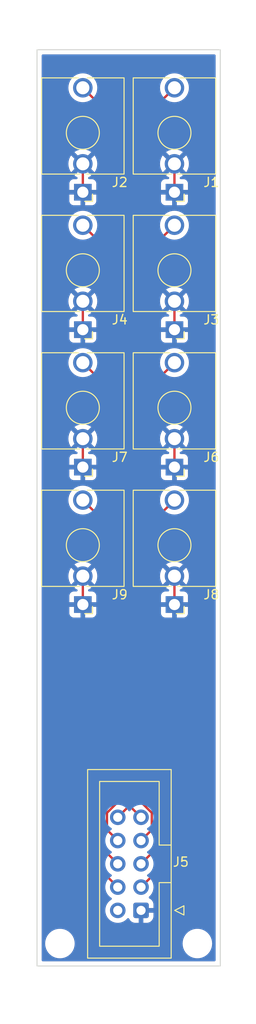
<source format=kicad_pcb>
(kicad_pcb (version 20211014) (generator pcbnew)
  (layers (0 "F.Cu" signal) (31 "B.Cu" signal) (34 "B.Paste" user) (35 "F.Paste" user) (36 "B.SilkS" user "B.Silkscreen") (37 "F.SilkS" user "F.Silkscreen") (38 "B.Mask" user) (39 "F.Mask" user) (44 "Edge.Cuts" user))
  (net 0 "")
  (net 1 "+5V")
  (net 2 "GND")
  (net 3 "Net-(J1-PadT)")
  (net 4 "Net-(J2-PadT)")
  (net 5 "Net-(J3-PadT)")
  (net 6 "Net-(J4-PadT)")
  (net 7 "Net-(J5-Pad3)")
  (net 8 "Net-(J5-Pad5)")
  (net 9 "Net-(J5-Pad4)")
  (net 10 "Net-(J5-Pad6)")
  (footprint "Connector_Audio:Jack_3.5mm_QingPu_WQP-PJ398SM_Vertical_CircularHoles" (layer "F.Cu") (at 143.5 54 180)
    (fp_text reference "J1" (at -4.03 1.08) (layer "F.SilkS"))
    (fp_text value "JACK_OUT")
    (fp_line (start 4.5 1.98) (end 4.5 12.48) (layer "F.SilkS") (width 0.12))
    (fp_line (start -1.06 -1) (end -0.2 -1) (layer "F.SilkS") (width 0.12))
    (fp_line (start 4.5 1.98) (end 0.35 1.98) (layer "F.SilkS") (width 0.12))
    (fp_line (start -0.35 1.98) (end -4.5 1.98) (layer "F.SilkS") (width 0.12))
    (fp_line (start 4.5 12.48) (end 0.5 12.48) (layer "F.SilkS") (width 0.12))
    (fp_line (start -4.5 1.98) (end -4.5 12.48) (layer "F.SilkS") (width 0.12))
    (fp_line (start -0.5 12.48) (end -4.5 12.48) (layer "F.SilkS") (width 0.12))
    (fp_line (start -1.06 -1) (end -1.06 -0.2) (layer "F.SilkS") (width 0.12))
    (fp_circle (center 0 6.48) (end 1.8 6.48) (layer "F.SilkS") (width 0.12) (fill none))
    (pad "S" thru_hole rect locked (at 0 0) (size 1.93 1.83) (drill 1.22) (layers *.Cu *.Mask) (net 2 "GND"))
    (pad "T" thru_hole circle locked (at 0 11.4) (size 2.13 2.13) (drill 1.43) (layers *.Cu *.Mask) (net 3 "Net-(J1-PadT)"))
    (pad "TN" thru_hole circle locked (at 0 3.1) (size 2.13 2.13) (drill 1.42) (layers *.Cu *.Mask) (net 2 "GND"))
  )
  (footprint "Connector_Audio:Jack_3.5mm_QingPu_WQP-PJ398SM_Vertical_CircularHoles" (layer "F.Cu") (at 133.5 69 180)
    (fp_text reference "J4" (at -4.03 1.08) (layer "F.SilkS"))
    (fp_text value "JACK_OUT")
    (fp_line (start 4.5 12.48) (end 0.5 12.48) (layer "F.SilkS") (width 0.12))
    (fp_line (start -0.5 12.48) (end -4.5 12.48) (layer "F.SilkS") (width 0.12))
    (fp_line (start 4.5 1.98) (end 0.35 1.98) (layer "F.SilkS") (width 0.12))
    (fp_line (start -0.35 1.98) (end -4.5 1.98) (layer "F.SilkS") (width 0.12))
    (fp_line (start -1.06 -1) (end -0.2 -1) (layer "F.SilkS") (width 0.12))
    (fp_line (start 4.5 1.98) (end 4.5 12.48) (layer "F.SilkS") (width 0.12))
    (fp_line (start -4.5 1.98) (end -4.5 12.48) (layer "F.SilkS") (width 0.12))
    (fp_line (start -1.06 -1) (end -1.06 -0.2) (layer "F.SilkS") (width 0.12))
    (fp_circle (center 0 6.48) (end 1.8 6.48) (layer "F.SilkS") (width 0.12) (fill none))
    (pad "S" thru_hole rect locked (at 0 0) (size 1.93 1.83) (drill 1.22) (layers *.Cu *.Mask) (net 2 "GND"))
    (pad "T" thru_hole circle locked (at 0 11.4) (size 2.13 2.13) (drill 1.43) (layers *.Cu *.Mask) (net 6 "Net-(J4-PadT)"))
    (pad "TN" thru_hole circle locked (at 0 3.1) (size 2.13 2.13) (drill 1.42) (layers *.Cu *.Mask) (net 2 "GND"))
  )
  (footprint "Connector_Audio:Jack_3.5mm_QingPu_WQP-PJ398SM_Vertical_CircularHoles" (layer "F.Cu") (at 143.5 84 180)
    (fp_text reference "J6" (at -4.03 1.08) (layer "F.SilkS"))
    (fp_text value "JACK_OUT")
    (fp_line (start -1.06 -1) (end -1.06 -0.2) (layer "F.SilkS") (width 0.12))
    (fp_line (start 4.5 12.48) (end 0.5 12.48) (layer "F.SilkS") (width 0.12))
    (fp_line (start 4.5 1.98) (end 4.5 12.48) (layer "F.SilkS") (width 0.12))
    (fp_line (start -0.35 1.98) (end -4.5 1.98) (layer "F.SilkS") (width 0.12))
    (fp_line (start 4.5 1.98) (end 0.35 1.98) (layer "F.SilkS") (width 0.12))
    (fp_line (start -1.06 -1) (end -0.2 -1) (layer "F.SilkS") (width 0.12))
    (fp_line (start -0.5 12.48) (end -4.5 12.48) (layer "F.SilkS") (width 0.12))
    (fp_line (start -4.5 1.98) (end -4.5 12.48) (layer "F.SilkS") (width 0.12))
    (fp_circle (center 0 6.48) (end 1.8 6.48) (layer "F.SilkS") (width 0.12) (fill none))
    (pad "S" thru_hole rect locked (at 0 0) (size 1.93 1.83) (drill 1.22) (layers *.Cu *.Mask) (net 2 "GND"))
    (pad "T" thru_hole circle locked (at 0 11.4) (size 2.13 2.13) (drill 1.43) (layers *.Cu *.Mask) (net 8 "Net-(J5-Pad5)"))
    (pad "TN" thru_hole circle locked (at 0 3.1) (size 2.13 2.13) (drill 1.42) (layers *.Cu *.Mask) (net 2 "GND"))
  )
  (footprint "Connector_Audio:Jack_3.5mm_QingPu_WQP-PJ398SM_Vertical_CircularHoles" (layer "F.Cu") (at 143.5 99 180)
    (fp_text reference "J8" (at -4.03 1.08) (layer "F.SilkS"))
    (fp_text value "JACK_OUT")
    (fp_line (start 4.5 1.98) (end 0.35 1.98) (layer "F.SilkS") (width 0.12))
    (fp_line (start 4.5 1.98) (end 4.5 12.48) (layer "F.SilkS") (width 0.12))
    (fp_line (start -4.5 1.98) (end -4.5 12.48) (layer "F.SilkS") (width 0.12))
    (fp_line (start -1.06 -1) (end -0.2 -1) (layer "F.SilkS") (width 0.12))
    (fp_line (start -0.5 12.48) (end -4.5 12.48) (layer "F.SilkS") (width 0.12))
    (fp_line (start -1.06 -1) (end -1.06 -0.2) (layer "F.SilkS") (width 0.12))
    (fp_line (start 4.5 12.48) (end 0.5 12.48) (layer "F.SilkS") (width 0.12))
    (fp_line (start -0.35 1.98) (end -4.5 1.98) (layer "F.SilkS") (width 0.12))
    (fp_circle (center 0 6.48) (end 1.8 6.48) (layer "F.SilkS") (width 0.12) (fill none))
    (pad "S" thru_hole rect locked (at 0 0) (size 1.93 1.83) (drill 1.22) (layers *.Cu *.Mask) (net 2 "GND"))
    (pad "T" thru_hole circle locked (at 0 11.4) (size 2.13 2.13) (drill 1.43) (layers *.Cu *.Mask) (net 7 "Net-(J5-Pad3)"))
    (pad "TN" thru_hole circle locked (at 0 3.1) (size 2.13 2.13) (drill 1.42) (layers *.Cu *.Mask) (net 2 "GND"))
  )
  (footprint "Connector_IDC:IDC-Header_2x05_P2.54mm_Vertical" (layer "F.Cu") (at 139.8525 132.38 180)
    (fp_text reference "J5" (at -4.3475 5.28) (layer "F.SilkS"))
    (fp_text value "Conn_02x05_Odd_Even")
    (fp_line (start -3.29 -5.21) (end 5.83 -5.21) (layer "F.SilkS") (width 0.12))
    (fp_line (start -3.29 15.37) (end -3.29 -5.21) (layer "F.SilkS") (width 0.12))
    (fp_line (start 4.52 14.07) (end -1.98 14.07) (layer "F.SilkS") (width 0.12))
    (fp_line (start 5.83 15.37) (end -3.29 15.37) (layer "F.SilkS") (width 0.12))
    (fp_line (start -3.68 0) (end -4.68 -0.5) (layer "F.SilkS") (width 0.12))
    (fp_line (start -1.98 -3.91) (end 4.52 -3.91) (layer "F.SilkS") (width 0.12))
    (fp_line (start -4.68 0.5) (end -3.68 0) (layer "F.SilkS") (width 0.12))
    (fp_line (start -1.98 7.13) (end -3.29 7.13) (layer "F.SilkS") (width 0.12))
    (fp_line (start 5.83 -5.21) (end 5.83 15.37) (layer "F.SilkS") (width 0.12))
    (fp_line (start -4.68 -0.5) (end -4.68 0.5) (layer "F.SilkS") (width 0.12))
    (fp_line (start -1.98 14.07) (end -1.98 7.13) (layer "F.SilkS") (width 0.12))
    (fp_line (start -1.98 7.13) (end -1.98 7.13) (layer "F.SilkS") (width 0.12))
    (fp_line (start -3.29 3.03) (end -1.98 3.03) (layer "F.SilkS") (width 0.12))
    (fp_line (start 4.52 -3.91) (end 4.52 14.07) (layer "F.SilkS") (width 0.12))
    (fp_line (start -1.98 3.03) (end -1.98 -3.91) (layer "F.SilkS") (width 0.12))
    (pad "1" thru_hole roundrect locked (at 0 0 180) (size 1.7 1.7) (drill 1) (layers *.Cu *.Mask) (roundrect_rratio 0.1470588235) (net 2 "GND"))
    (pad "2" thru_hole circle locked (at 2.54 0 180) (size 1.7 1.7) (drill 1) (layers *.Cu *.Mask) (net 1 "+5V"))
    (pad "3" thru_hole circle locked (at 0 2.54 180) (size 1.7 1.7) (drill 1) (layers *.Cu *.Mask) (net 7 "Net-(J5-Pad3)"))
    (pad "4" thru_hole circle locked (at 2.54 2.54 180) (size 1.7 1.7) (drill 1) (layers *.Cu *.Mask) (net 9 "Net-(J5-Pad4)"))
    (pad "5" thru_hole circle locked (at 0 5.08 180) (size 1.7 1.7) (drill 1) (layers *.Cu *.Mask) (net 8 "Net-(J5-Pad5)"))
    (pad "6" thru_hole circle locked (at 2.54 5.08 180) (size 1.7 1.7) (drill 1) (layers *.Cu *.Mask) (net 10 "Net-(J5-Pad6)"))
    (pad "7" thru_hole circle locked (at 0 7.62 180) (size 1.7 1.7) (drill 1) (layers *.Cu *.Mask) (net 5 "Net-(J3-PadT)"))
    (pad "8" thru_hole circle locked (at 2.54 7.62 180) (size 1.7 1.7) (drill 1) (layers *.Cu *.Mask) (net 6 "Net-(J4-PadT)"))
    (pad "9" thru_hole circle locked (at 0 10.16 180) (size 1.7 1.7) (drill 1) (layers *.Cu *.Mask) (net 3 "Net-(J1-PadT)"))
    (pad "10" thru_hole circle locked (at 2.54 10.16 180) (size 1.7 1.7) (drill 1) (layers *.Cu *.Mask) (net 4 "Net-(J2-PadT)"))
  )
  (footprint "Connector_Audio:Jack_3.5mm_QingPu_WQP-PJ398SM_Vertical_CircularHoles" (layer "F.Cu") (at 133.5 99 180)
    (fp_text reference "J9" (at -4.03 1.08) (layer "F.SilkS"))
    (fp_text value "JACK_OUT")
    (fp_line (start -1.06 -1) (end -0.2 -1) (layer "F.SilkS") (width 0.12))
    (fp_line (start -0.5 12.48) (end -4.5 12.48) (layer "F.SilkS") (width 0.12))
    (fp_line (start 4.5 1.98) (end 4.5 12.48) (layer "F.SilkS") (width 0.12))
    (fp_line (start 4.5 12.48) (end 0.5 12.48) (layer "F.SilkS") (width 0.12))
    (fp_line (start 4.5 1.98) (end 0.35 1.98) (layer "F.SilkS") (width 0.12))
    (fp_line (start -4.5 1.98) (end -4.5 12.48) (layer "F.SilkS") (width 0.12))
    (fp_line (start -0.35 1.98) (end -4.5 1.98) (layer "F.SilkS") (width 0.12))
    (fp_line (start -1.06 -1) (end -1.06 -0.2) (layer "F.SilkS") (width 0.12))
    (fp_circle (center 0 6.48) (end 1.8 6.48) (layer "F.SilkS") (width 0.12) (fill none))
    (pad "S" thru_hole rect locked (at 0 0) (size 1.93 1.83) (drill 1.22) (layers *.Cu *.Mask) (net 2 "GND"))
    (pad "T" thru_hole circle locked (at 0 11.4) (size 2.13 2.13) (drill 1.43) (layers *.Cu *.Mask) (net 9 "Net-(J5-Pad4)"))
    (pad "TN" thru_hole circle locked (at 0 3.1) (size 2.13 2.13) (drill 1.42) (layers *.Cu *.Mask) (net 2 "GND"))
  )
  (footprint "Connector_Audio:Jack_3.5mm_QingPu_WQP-PJ398SM_Vertical_CircularHoles" (layer "F.Cu") (at 133.5 84 180)
    (fp_text reference "J7" (at -4.03 1.08) (layer "F.SilkS"))
    (fp_text value "JACK_OUT")
    (fp_line (start -0.5 12.48) (end -4.5 12.48) (layer "F.SilkS") (width 0.12))
    (fp_line (start 4.5 12.48) (end 0.5 12.48) (layer "F.SilkS") (width 0.12))
    (fp_line (start 4.5 1.98) (end 0.35 1.98) (layer "F.SilkS") (width 0.12))
    (fp_line (start -4.5 1.98) (end -4.5 12.48) (layer "F.SilkS") (width 0.12))
    (fp_line (start -1.06 -1) (end -0.2 -1) (layer "F.SilkS") (width 0.12))
    (fp_line (start 4.5 1.98) (end 4.5 12.48) (layer "F.SilkS") (width 0.12))
    (fp_line (start -1.06 -1) (end -1.06 -0.2) (layer "F.SilkS") (width 0.12))
    (fp_line (start -0.35 1.98) (end -4.5 1.98) (layer "F.SilkS") (width 0.12))
    (fp_circle (center 0 6.48) (end 1.8 6.48) (layer "F.SilkS") (width 0.12) (fill none))
    (pad "S" thru_hole rect locked (at 0 0) (size 1.93 1.83) (drill 1.22) (layers *.Cu *.Mask) (net 2 "GND"))
    (pad "T" thru_hole circle locked (at 0 11.4) (size 2.13 2.13) (drill 1.43) (layers *.Cu *.Mask) (net 10 "Net-(J5-Pad6)"))
    (pad "TN" thru_hole circle locked (at 0 3.1) (size 2.13 2.13) (drill 1.42) (layers *.Cu *.Mask) (net 2 "GND"))
  )
  (footprint "MountingHole:MountingHole_2.2mm_M2" (layer "F.Cu") (at 131 136)
    (fp_text reference "H2" (at 0 0) (layer "F.SilkS"))
    (fp_text value "MountingHole")
    (pad "" np_thru_hole circle locked (at 0 0) (size 2.2 2.2) (drill 2.2) (layers *.Cu *.Mask))
  )
  (footprint "MountingHole:MountingHole_2.2mm_M2" (layer "F.Cu") (at 146 136)
    (fp_text reference "H1" (at 0 0) (layer "F.SilkS"))
    (fp_text value "MountingHole")
    (pad "" np_thru_hole circle locked (at 0 0) (size 2.2 2.2) (drill 2.2) (layers *.Cu *.Mask))
  )
  (footprint "Connector_Audio:Jack_3.5mm_QingPu_WQP-PJ398SM_Vertical_CircularHoles" (layer "F.Cu") (at 143.5 69 180)
    (fp_text reference "J3" (at -4.03 1.08) (layer "F.SilkS"))
    (fp_text value "JACK_OUT")
    (fp_line (start 4.5 12.48) (end 0.5 12.48) (layer "F.SilkS") (width 0.12))
    (fp_line (start 4.5 1.98) (end 4.5 12.48) (layer "F.SilkS") (width 0.12))
    (fp_line (start -0.35 1.98) (end -4.5 1.98) (layer "F.SilkS") (width 0.12))
    (fp_line (start -1.06 -1) (end -1.06 -0.2) (layer "F.SilkS") (width 0.12))
    (fp_line (start 4.5 1.98) (end 0.35 1.98) (layer "F.SilkS") (width 0.12))
    (fp_line (start -1.06 -1) (end -0.2 -1) (layer "F.SilkS") (width 0.12))
    (fp_line (start -0.5 12.48) (end -4.5 12.48) (layer "F.SilkS") (width 0.12))
    (fp_line (start -4.5 1.98) (end -4.5 12.48) (layer "F.SilkS") (width 0.12))
    (fp_circle (center 0 6.48) (end 1.8 6.48) (layer "F.SilkS") (width 0.12) (fill none))
    (pad "S" thru_hole rect locked (at 0 0) (size 1.93 1.83) (drill 1.22) (layers *.Cu *.Mask) (net 2 "GND"))
    (pad "T" thru_hole circle locked (at 0 11.4) (size 2.13 2.13) (drill 1.43) (layers *.Cu *.Mask) (net 5 "Net-(J3-PadT)"))
    (pad "TN" thru_hole circle locked (at 0 3.1) (size 2.13 2.13) (drill 1.42) (layers *.Cu *.Mask) (net 2 "GND"))
  )
  (footprint "Connector_Audio:Jack_3.5mm_QingPu_WQP-PJ398SM_Vertical_CircularHoles" (layer "F.Cu") (at 133.5 54 180)
    (fp_text reference "J2" (at -4.03 1.08) (layer "F.SilkS"))
    (fp_text value "JACK_OUT")
    (fp_line (start -1.06 -1) (end -0.2 -1) (layer "F.SilkS") (width 0.12))
    (fp_line (start 4.5 1.98) (end 4.5 12.48) (layer "F.SilkS") (width 0.12))
    (fp_line (start -4.5 1.98) (end -4.5 12.48) (layer "F.SilkS") (width 0.12))
    (fp_line (start -0.5 12.48) (end -4.5 12.48) (layer "F.SilkS") (width 0.12))
    (fp_line (start 4.5 12.48) (end 0.5 12.48) (layer "F.SilkS") (width 0.12))
    (fp_line (start 4.5 1.98) (end 0.35 1.98) (layer "F.SilkS") (width 0.12))
    (fp_line (start -0.35 1.98) (end -4.5 1.98) (layer "F.SilkS") (width 0.12))
    (fp_line (start -1.06 -1) (end -1.06 -0.2) (layer "F.SilkS") (width 0.12))
    (fp_circle (center 0 6.48) (end 1.8 6.48) (layer "F.SilkS") (width 0.12) (fill none))
    (pad "S" thru_hole rect locked (at 0 0) (size 1.93 1.83) (drill 1.22) (layers *.Cu *.Mask) (net 2 "GND"))
    (pad "T" thru_hole circle locked (at 0 11.4) (size 2.13 2.13) (drill 1.43) (layers *.Cu *.Mask) (net 4 "Net-(J2-PadT)"))
    (pad "TN" thru_hole circle locked (at 0 3.1) (size 2.13 2.13) (drill 1.42) (layers *.Cu *.Mask) (net 2 "GND"))
  )
  (gr_rect (start 128.5 38.45) (end 148.5 138.45) (layer "Edge.Cuts") (width 0.1) (fill none))
  (segment (start 133.5 65.9) (end 133.5 69) (width 0.25) (layer "F.Cu") (net 2))
  (segment (start 133.5 50.9) (end 133.5 54) (width 0.25) (layer "F.Cu") (net 2))
  (segment (start 143.5 50.9) (end 143.5 54) (width 0.25) (layer "F.Cu") (net 2))
  (segment (start 133.5 95.9) (end 133.5 99) (width 0.25) (layer "F.Cu") (net 2))
  (segment (start 133.5 80.9) (end 133.5 84) (width 0.25) (layer "F.Cu") (net 2))
  (segment (start 143.5 95.9) (end 143.5 99) (width 0.25) (layer "F.Cu") (net 2))
  (segment (start 143.5 80.9) (end 143.5 84) (width 0.25) (layer "F.Cu") (net 2))
  (segment (start 143.5 65.9) (end 143.5 69) (width 0.25) (layer "F.Cu") (net 2))
  (segment (start 143.5 42.6) (end 138.8 47.3) (width 0.25) (layer "F.Cu") (net 3))
  (segment (start 138.8 121.1675) (end 139.8525 122.22) (width 0.25) (layer "F.Cu") (net 3))
  (segment (start 138.8 47.3) (end 138.8 121.1675) (width 0.25) (layer "F.Cu") (net 3))
  (segment (start 138.3 47.4) (end 138.3 121.2325) (width 0.25) (layer "F.Cu") (net 4))
  (segment (start 138.3 121.2325) (end 137.3125 122.22) (width 0.25) (layer "F.Cu") (net 4))
  (segment (start 133.5 42.6) (end 138.3 47.4) (width 0.25) (layer "F.Cu") (net 4))
  (segment (start 139.24952 61.85048) (end 139.24952 119.956011) (width 0.25) (layer "F.Cu") (net 5))
  (segment (start 141.027011 121.733502) (end 141.027011 123.585489) (width 0.25) (layer "F.Cu") (net 5))
  (segment (start 143.5 57.6) (end 139.24952 61.85048) (width 0.25) (layer "F.Cu") (net 5))
  (segment (start 139.24952 119.956011) (end 141.027011 121.733502) (width 0.25) (layer "F.Cu") (net 5))
  (segment (start 141.027011 123.585489) (end 139.8525 124.76) (width 0.25) (layer "F.Cu") (net 5))
  (segment (start 133.5 57.6) (end 137.85048 61.95048) (width 0.25) (layer "F.Cu") (net 6))
  (segment (start 137.85048 61.95048) (end 137.85048 120.02101) (width 0.25) (layer "F.Cu") (net 6))
  (segment (start 137.85048 120.02101) (end 136.137989 121.733501) (width 0.25) (layer "F.Cu") (net 6))
  (segment (start 136.137989 123.585489) (end 137.3125 124.76) (width 0.25) (layer "F.Cu") (net 6))
  (segment (start 136.137989 121.733501) (end 136.137989 123.585489) (width 0.25) (layer "F.Cu") (net 6))
  (segment (start 141.926051 121.361107) (end 141.926051 127.766449) (width 0.25) (layer "F.Cu") (net 7))
  (segment (start 140.14856 90.95144) (end 140.14856 119.583615) (width 0.25) (layer "F.Cu") (net 7))
  (segment (start 143.5 87.6) (end 140.14856 90.95144) (width 0.25) (layer "F.Cu") (net 7))
  (segment (start 140.14856 119.583615) (end 141.926051 121.361107) (width 0.25) (layer "F.Cu") (net 7))
  (segment (start 141.926051 127.766449) (end 139.8525 129.84) (width 0.25) (layer "F.Cu") (net 7))
  (segment (start 139.69904 119.769813) (end 141.476531 121.547304) (width 0.25) (layer "F.Cu") (net 8))
  (segment (start 141.476531 121.547304) (end 141.476531 125.675969) (width 0.25) (layer "F.Cu") (net 8))
  (segment (start 143.5 72.6) (end 139.69904 76.40096) (width 0.25) (layer "F.Cu") (net 8))
  (segment (start 139.69904 76.40096) (end 139.69904 119.769813) (width 0.25) (layer "F.Cu") (net 8))
  (segment (start 141.476531 125.675969) (end 139.8525 127.3) (width 0.25) (layer "F.Cu") (net 8))
  (segment (start 133.5 87.6) (end 136.95144 91.05144) (width 0.25) (layer "F.Cu") (net 9))
  (segment (start 136.95144 91.05144) (end 136.95144 119.648615) (width 0.25) (layer "F.Cu") (net 9))
  (segment (start 136.95144 119.648615) (end 135.238949 121.361107) (width 0.25) (layer "F.Cu") (net 9))
  (segment (start 135.238949 121.361107) (end 135.238949 127.766449) (width 0.25) (layer "F.Cu") (net 9))
  (segment (start 135.238949 127.766449) (end 137.3125 129.84) (width 0.25) (layer "F.Cu") (net 9))
  (segment (start 133.5 72.6) (end 137.40096 76.50096) (width 0.25) (layer "F.Cu") (net 10))
  (segment (start 135.688469 125.675969) (end 137.3125 127.3) (width 0.25) (layer "F.Cu") (net 10))
  (segment (start 137.40096 76.50096) (end 137.40096 119.834813) (width 0.25) (layer "F.Cu") (net 10))
  (segment (start 137.40096 119.834813) (end 135.688469 121.547304) (width 0.25) (layer "F.Cu") (net 10))
  (segment (start 135.688469 121.547304) (end 135.688469 125.675969) (width 0.25) (layer "F.Cu") (net 10))
  (zone (net 2) (net_name "GND") (layers F&B.Cu) (connect_pads (clearance 0.508)) (min_thickness 0.254) (fill yes (thermal_gap 0.508) (thermal_bridge_width 0.508))
    (polygon (pts (xy 152.4 144.78) (xy 124.46 144.78) (xy 124.46 33.02) (xy 152.4 33.02)))
  )
)
</source>
